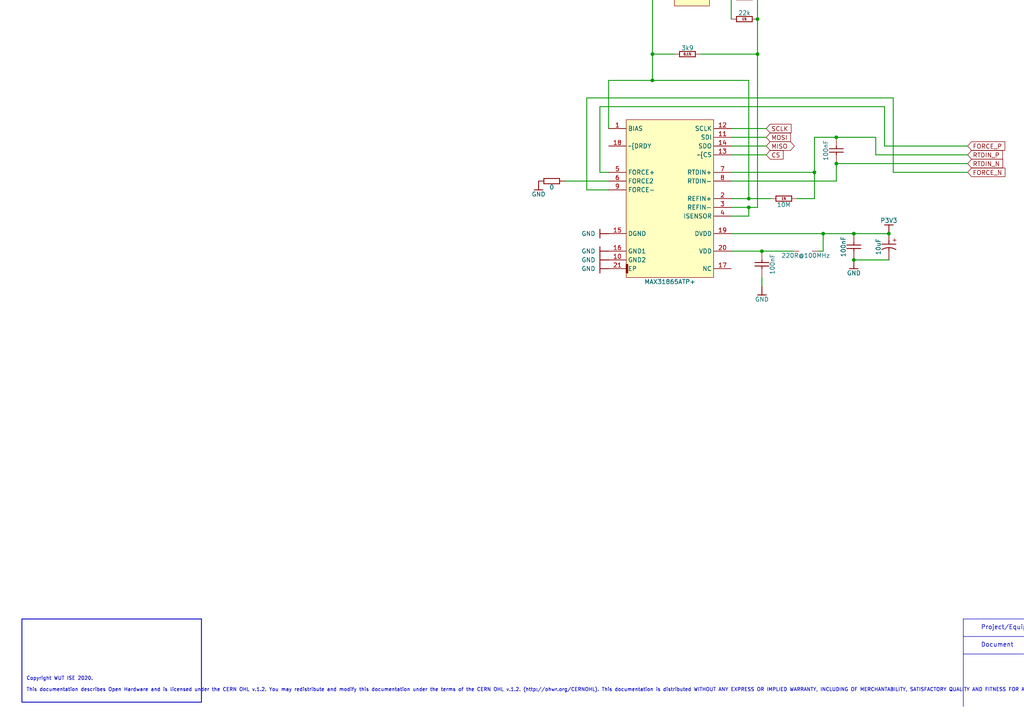
<source format=kicad_sch>
(kicad_sch (version 20220622) (generator eeschema)
  (paper "A4")
  (title_block (title "RTD") (rev "1.0") (company "WUT ISE"))
  (lib_symbols
    (symbol "RTD_Channel-altium-import:0_Inductor"
      (property "Value" "0_Inductor" (at 0 0 0))
      (symbol "0_Inductor_1_0"
        (pin passive line (at 0 0 0) (length 1.905) (name "1") (number "1"))
        (pin passive line (at 7.62 0 180) (length 1.905) (name "2") (number "2"))
      )
    )
    (symbol "RTD_Channel-altium-import:0_Resistor"
      (property "Value" "0_Resistor" (at 0 0 0))
      (symbol "0_Resistor_1_0"
        (polyline (pts (xy 1.524 -0.762) (xy 6.096 -0.762)) (stroke (width 0.254)))
        (polyline (pts (xy 1.524 0.762) (xy 1.524 -0.762)) (stroke (width 0.254)))
        (polyline (pts (xy 6.096 -0.762) (xy 6.096 0.762)) (stroke (width 0.254)))
        (polyline (pts (xy 6.096 0.762) (xy 1.524 0.762)) (stroke (width 0.254)))
        (pin passive line (at 0 0 0) (length 1.524) (name "1") (number "1"))
        (pin passive line (at 7.62 0 180) (length 1.524) (name "2") (number "2"))
      )
    )
    (symbol "RTD_Channel-altium-import:0_Resistor - 1%"
      (property "Value" "0_Resistor - 1%" (at 0 0 0))
      (symbol "0_Resistor - 1%_1_0"
        (polyline (pts (xy 1.524 -0.762) (xy 6.096 -0.762)) (stroke (width 0.254)))
        (polyline (pts (xy 1.524 0.762) (xy 1.524 -0.762)) (stroke (width 0.254)))
        (polyline (pts (xy 6.096 -0.762) (xy 6.096 0.762)) (stroke (width 0.254)))
        (polyline (pts (xy 6.096 0.762) (xy 1.524 0.762)) (stroke (width 0.254)))
        (text "1%" (at 3.81 0 0) (effects (font (size 0.635 0.635))))
        (pin passive line (at 0 0 0) (length 1.524) (name "1") (number "1"))
        (pin passive line (at 7.62 0 180) (length 1.524) (name "2") (number "2"))
      )
    )
    (symbol "RTD_Channel-altium-import:0_SW 1x SPST DIP Switch"
      (property "Value" "0_SW 1x SPST DIP Switch" (at 0 0 0))
      (symbol "0_SW 1x SPST DIP Switch_1_0"
        (polyline (pts (xy 0 -2.54) (xy 2.032 -2.54)) (stroke (width 0.254)))
        (polyline (pts (xy 7.112 -1.27) (xy 3.048 -2.286)) (stroke (width 0.254)))
        (polyline (pts (xy 8.128 -2.54) (xy 10.16 -2.54)) (stroke (width 0.254)))
        (circle (center 2.54 -2.54) (radius 0.508))
        (circle (center 7.62 -2.54) (radius 0.508))
        (rectangle (start 10.16 0) (end 0 -5.08) (fill (type background)))
        (pin bidirectional line (at -5.08 -2.54 0) (length 5.08) (name "1") (number "1"))
        (pin bidirectional line (at 15.24 -2.54 180) (length 5.08) (name "2") (number "2"))
      )
    )
    (symbol "RTD_Channel-altium-import:0_mirrored_MAX31865ATP+"
      (property "Value" "0_mirrored_MAX31865ATP+" (at 0 0 0))
      (symbol "0_mirrored_MAX31865ATP+_1_0"
        (rectangle (start -24.892 -41.91) (end -25.4 -44.45) (fill (type outline)))
        (rectangle (start 0 0) (end -25.4 -45.72) (fill (type background)))
        (pin output line (at -30.48 -2.54 0) (length 5.08) (name "BIAS") (number "1"))
        (pin power_in line (at -30.48 -40.64 0) (length 5.08) (name "GND2") (number "10"))
        (pin input line (at 5.08 -5.08 180) (length 5.08) (name "SDI") (number "11"))
        (pin input line (at 5.08 -2.54 180) (length 5.08) (name "SCLK") (number "12"))
        (pin input line (at 5.08 -10.16 180) (length 5.08) (name "~{CS") (number "13"))
        (pin output line (at 5.08 -7.62 180) (length 5.08) (name "SDO") (number "14"))
        (pin power_in line (at -30.48 -33.02 0) (length 5.08) (name "DGND") (number "15"))
        (pin power_in line (at -30.48 -38.1 0) (length 5.08) (name "GND1") (number "16"))
        (pin passive line (at 5.08 -43.18 180) (length 5.08) (name "NC") (number "17"))
        (pin output line (at -30.48 -7.62 0) (length 5.08) (name "~{DRDY") (number "18"))
        (pin power_in line (at 5.08 -33.02 180) (length 5.08) (name "DVDD") (number "19"))
        (pin input line (at 5.08 -22.86 180) (length 5.08) (name "REFIN+") (number "2"))
        (pin power_in line (at 5.08 -38.1 180) (length 5.08) (name "VDD") (number "20"))
        (pin power_in line (at -30.48 -43.18 0) (length 5.08) (name "EP") (number "21"))
        (pin input line (at 5.08 -25.4 180) (length 5.08) (name "REFIN-") (number "3"))
        (pin input line (at 5.08 -27.94 180) (length 5.08) (name "ISENSOR") (number "4"))
        (pin input line (at -30.48 -15.24 0) (length 5.08) (name "FORCE+") (number "5"))
        (pin input line (at -30.48 -17.78 0) (length 5.08) (name "FORCE2") (number "6"))
        (pin input line (at 5.08 -15.24 180) (length 5.08) (name "RTDIN+") (number "7"))
        (pin input line (at 5.08 -17.78 180) (length 5.08) (name "RTDIN-") (number "8"))
        (pin input line (at -30.48 -20.32 0) (length 5.08) (name "FORCE-") (number "9"))
      )
    )
    (symbol "RTD_Channel-altium-import:1_Capacitor - non polarized"
      (property "Value" "1_Capacitor - non polarized" (at 0 0 0))
      (symbol "1_Capacitor - non polarized_1_0"
        (polyline (pts (xy -2.032 4.318) (xy 2.032 4.318)) (stroke (width 0.254)))
        (polyline (pts (xy 0 2.54) (xy 0 3.302)) (stroke (width 0.254)))
        (polyline (pts (xy 0 5.08) (xy 0 4.318)) (stroke (width 0.254)))
        (polyline (pts (xy 2.032 3.302) (xy -2.032 3.302)) (stroke (width 0.254)))
        (pin passive line (at 0 0 90) (length 2.54) (name "1") (number "1"))
        (pin passive line (at 0 7.62 270) (length 2.54) (name "2") (number "2"))
      )
    )
    (symbol "RTD_Channel-altium-import:2_RES_0603_3k9_0.1%_10ppm"
      (property "Value" "2_RES_0603_3k9_0.1%_10ppm" (at 0 0 0))
      (symbol "2_RES_0603_3k9_0.1%_10ppm_1_0"
        (polyline (pts (xy -6.096 -0.762) (xy -1.524 -0.762)) (stroke (width 0.254)))
        (polyline (pts (xy -6.096 0.762) (xy -6.096 -0.762)) (stroke (width 0.254)))
        (polyline (pts (xy -1.524 -0.762) (xy -1.524 0.762)) (stroke (width 0.254)))
        (polyline (pts (xy -1.524 0.762) (xy -6.096 0.762)) (stroke (width 0.254)))
        (text "0.1%" (at -3.81 0 0) (effects (font (size 0.635 0.635))))
        (pin passive line (at 0 0 180) (length 1.524) (name "1") (number "1"))
        (pin passive line (at -7.62 0 0) (length 1.524) (name "2") (number "2"))
      )
    )
    (symbol "RTD_Channel-altium-import:2_RES_0603_442R_0.1%_25ppm"
      (property "Value" "2_RES_0603_442R_0.1%_25ppm" (at 0 0 0))
      (symbol "2_RES_0603_442R_0.1%_25ppm_1_0"
        (polyline (pts (xy -6.096 -0.762) (xy -1.524 -0.762)) (stroke (width 0.254)))
        (polyline (pts (xy -6.096 0.762) (xy -6.096 -0.762)) (stroke (width 0.254)))
        (polyline (pts (xy -1.524 -0.762) (xy -1.524 0.762)) (stroke (width 0.254)))
        (polyline (pts (xy -1.524 0.762) (xy -6.096 0.762)) (stroke (width 0.254)))
        (text "0.1%" (at -3.81 0 0) (effects (font (size 0.635 0.635))))
        (pin passive line (at 0 0 180) (length 1.524) (name "1") (number "1"))
        (pin passive line (at -7.62 0 0) (length 1.524) (name "2") (number "2"))
      )
    )
    (symbol "RTD_Channel-altium-import:2_Resistor - 1%"
      (property "Value" "2_Resistor - 1%" (at 0 0 0))
      (symbol "2_Resistor - 1%_1_0"
        (polyline (pts (xy -6.096 -0.762) (xy -1.524 -0.762)) (stroke (width 0.254)))
        (polyline (pts (xy -6.096 0.762) (xy -6.096 -0.762)) (stroke (width 0.254)))
        (polyline (pts (xy -1.524 -0.762) (xy -1.524 0.762)) (stroke (width 0.254)))
        (polyline (pts (xy -1.524 0.762) (xy -6.096 0.762)) (stroke (width 0.254)))
        (text "1%" (at -3.81 0 0) (effects (font (size 0.635 0.635))))
        (pin passive line (at 0 0 180) (length 1.524) (name "1") (number "1"))
        (pin passive line (at -7.62 0 0) (length 1.524) (name "2") (number "2"))
      )
    )
    (symbol "RTD_Channel-altium-import:3_Capacitor - non polarized"
      (property "Value" "3_Capacitor - non polarized" (at 0 0 0))
      (symbol "3_Capacitor - non polarized_1_0"
        (polyline (pts (xy -2.032 -3.302) (xy 2.032 -3.302)) (stroke (width 0.254)))
        (polyline (pts (xy 0 -5.08) (xy 0 -4.318)) (stroke (width 0.254)))
        (polyline (pts (xy 0 -2.54) (xy 0 -3.302)) (stroke (width 0.254)))
        (polyline (pts (xy 2.032 -4.318) (xy -2.032 -4.318)) (stroke (width 0.254)))
        (pin passive line (at 0 0 270) (length 2.54) (name "1") (number "1"))
        (pin passive line (at 0 -7.62 90) (length 2.54) (name "2") (number "2"))
      )
    )
    (symbol "RTD_Channel-altium-import:3_Capacitor - polarized"
      (property "Value" "3_Capacitor - polarized" (at 0 0 0))
      (symbol "3_Capacitor - polarized_1_0"
        (arc (start 0 -4.064) (mid -1.0553 -4.2034) (end -2.0382 -4.6121) (stroke (width 0.254)))
        (polyline (pts (xy 0 -4.064) (xy 0 -5.08)) (stroke (width 0.254)))
        (polyline (pts (xy 0 -2.032) (xy 0 -3.048)) (stroke (width 0.254)))
        (polyline (pts (xy 2.032 -3.048) (xy -2.032 -3.048)) (stroke (width 0.254)))
        (arc (start 2.0298 -4.6072) (mid 1.0506 -4.2021) (end 0 -4.064) (stroke (width 0.254)))
        (text "+" (at 0.762 -2.54 0) (effects (font (size 1.27 1.27)) (justify left bottom)))
        (pin passive line (at 0 0 270) (length 2.54) (name "1") (number "1"))
        (pin passive line (at 0 -7.62 90) (length 2.54) (name "2") (number "2"))
      )
    )
    (symbol "RTD_Channel-altium-import:GND" (power)
      (property "Reference" "#PWR" (at 0 0 0))
      (property "Value" "GND" (at 0 3.81 0))
      (symbol "GND_0_0"
        (polyline (pts (xy -1.27 -2.54) (xy 1.27 -2.54)) (stroke (width 0.254)))
        (polyline (pts (xy 0 0) (xy 0 -2.54)) (stroke (width 0.254)))
        (pin power_in line (at 0 0 0) (length 0) hide (name "GND") (number ""))
      )
    )
    (symbol "RTD_Channel-altium-import:P3V3" (power)
      (property "Reference" "#PWR" (at 0 0 0))
      (property "Value" "P3V3" (at 0 3.81 0))
      (symbol "P3V3_0_0"
        (polyline (pts (xy -1.27 -2.54) (xy 1.27 -2.54)) (stroke (width 0.254)))
        (polyline (pts (xy 0 0) (xy 0 -2.54)) (stroke (width 0.254)))
        (pin power_in line (at 0 0 0) (length 0) hide (name "P3V3") (number ""))
      )
    )
  )
  (junction (at 257.81 67.7672))
  (junction (at 189.23 15.6972))
  (junction (at 242.57 39.8272))
  (junction (at 247.65 67.7672))
  (junction (at 220.98 72.8472))
  (junction (at 242.57 47.4472))
  (junction (at 217.17 57.6072))
  (junction (at 219.71 15.6972))
  (junction (at 217.17 60.1472))
  (junction (at 212.09 -0.8128))
  (junction (at 247.65 75.3872))
  (junction (at 189.23 23.3172))
  (junction (at 236.22 49.9872))
  (junction (at 238.76 67.7672))
  (junction (at 219.71 5.5372))
  (wire (pts (xy 259.08 28.3972) (xy 170.18 28.3972)) (stroke (width 0.254)))
  (wire (pts (xy 217.17 60.1472) (xy 219.71 60.1472)) (stroke (width 0.254)))
  (wire (pts (xy 189.23 15.6972) (xy 189.23 23.3172)) (stroke (width 0.254)))
  (wire (pts (xy 212.09 49.9872) (xy 236.22 49.9872)) (stroke (width 0.254)))
  (wire (pts (xy 217.17 23.3172) (xy 217.17 57.6072)) (stroke (width 0.254)))
  (wire (pts (xy 212.09 60.1472) (xy 217.17 60.1472)) (stroke (width 0.254)))
  (wire (pts (xy 236.22 57.6072) (xy 236.22 49.9872)) (stroke (width 0.254)))
  (wire (pts (xy 190.5 -0.8128) (xy 189.23 -0.8128)) (stroke (width 0.254)))
  (wire (pts (xy 254 39.8272) (xy 254 44.9072)) (stroke (width 0.254)))
  (wire (pts (xy 170.18 55.0672) (xy 176.53 55.0672)) (stroke (width 0.254)))
  (wire (pts (xy 242.57 52.5272) (xy 212.09 52.5272)) (stroke (width 0.254)))
  (wire (pts (xy 189.23 23.3172) (xy 217.17 23.3172)) (stroke (width 0.254)))
  (wire (pts (xy 280.67 47.4472) (xy 242.57 47.4472)) (stroke (width 0.254)))
  (wire (pts (xy 212.09 72.8472) (xy 220.98 72.8472)) (stroke (width 0.254)))
  (wire (pts (xy 257.81 75.3872) (xy 247.65 75.3872)) (stroke (width 0.254)))
  (wire (pts (xy 219.71 5.5372) (xy 219.71 -0.8128)) (stroke (width 0.254)))
  (wire (pts (xy 212.09 44.9072) (xy 222.25 44.9072)) (stroke (width 0.254)))
  (wire (pts (xy 236.22 39.8272) (xy 242.57 39.8272)) (stroke (width 0.254)))
  (wire (pts (xy 220.98 72.8472) (xy 229.87 72.8472)) (stroke (width 0.254)))
  (wire (pts (xy 280.67 49.9872) (xy 259.08 49.9872)) (stroke (width 0.254)))
  (wire (pts (xy 219.71 15.6972) (xy 219.71 5.5372)) (stroke (width 0.254)))
  (wire (pts (xy 189.23 -0.8128) (xy 189.23 15.6972)) (stroke (width 0.254)))
  (wire (pts (xy 212.09 39.8272) (xy 222.25 39.8272)) (stroke (width 0.254)))
  (wire (pts (xy 242.57 39.8272) (xy 254 39.8272)) (stroke (width 0.254)))
  (wire (pts (xy 176.53 23.3172) (xy 189.23 23.3172)) (stroke (width 0.254)))
  (wire (pts (xy 219.71 60.1472) (xy 219.71 15.6972)) (stroke (width 0.254)))
  (wire (pts (xy 280.67 42.3672) (xy 256.54 42.3672)) (stroke (width 0.254)))
  (wire (pts (xy 212.09 -0.8128) (xy 212.09 5.5372)) (stroke (width 0.254)))
  (wire (pts (xy 254 44.9072) (xy 280.67 44.9072)) (stroke (width 0.254)))
  (wire (pts (xy 170.18 28.3972) (xy 170.18 55.0672)) (stroke (width 0.254)))
  (wire (pts (xy 256.54 30.9372) (xy 173.99 30.9372)) (stroke (width 0.254)))
  (wire (pts (xy 237.49 72.8472) (xy 238.76 72.8472)) (stroke (width 0.254)))
  (wire (pts (xy 242.57 47.4472) (xy 242.57 52.5272)) (stroke (width 0.254)))
  (wire (pts (xy 195.58 15.6972) (xy 189.23 15.6972)) (stroke (width 0.254)))
  (wire (pts (xy 173.99 30.9372) (xy 173.99 49.9872)) (stroke (width 0.254)))
  (wire (pts (xy 212.09 67.7672) (xy 238.76 67.7672)) (stroke (width 0.254)))
  (wire (pts (xy 210.82 -0.8128) (xy 212.09 -0.8128)) (stroke (width 0.254)))
  (wire (pts (xy 217.17 62.6872) (xy 212.09 62.6872)) (stroke (width 0.254)))
  (wire (pts (xy 231.14 57.6072) (xy 236.22 57.6072)) (stroke (width 0.254)))
  (wire (pts (xy 217.17 60.1472) (xy 217.17 62.6872)) (stroke (width 0.254)))
  (wire (pts (xy 238.76 72.8472) (xy 238.76 67.7672)) (stroke (width 0.254)))
  (wire (pts (xy 173.99 49.9872) (xy 176.53 49.9872)) (stroke (width 0.254)))
  (wire (pts (xy 176.53 37.2872) (xy 176.53 23.3172)) (stroke (width 0.254)))
  (wire (pts (xy 259.08 49.9872) (xy 259.08 28.3972)) (stroke (width 0.254)))
  (wire (pts (xy 223.52 57.6072) (xy 217.17 57.6072)) (stroke (width 0.254)))
  (wire (pts (xy 247.65 67.7672) (xy 257.81 67.7672)) (stroke (width 0.254)))
  (wire (pts (xy 220.98 83.0072) (xy 220.98 80.4672)) (stroke (width 0.254)))
  (wire (pts (xy 236.22 49.9872) (xy 236.22 39.8272)) (stroke (width 0.254)))
  (wire (pts (xy 219.71 15.6972) (xy 203.2 15.6972)) (stroke (width 0.254)))
  (wire (pts (xy 163.83 52.5272) (xy 176.53 52.5272)) (stroke (width 0.254)))
  (wire (pts (xy 212.09 42.3672) (xy 222.25 42.3672)) (stroke (width 0.254)))
  (wire (pts (xy 217.17 57.6072) (xy 212.09 57.6072)) (stroke (width 0.254)))
  (wire (pts (xy 238.76 67.7672) (xy 247.65 67.7672)) (stroke (width 0.254)))
  (wire (pts (xy 212.09 37.2872) (xy 222.25 37.2872)) (stroke (width 0.254)))
  (wire (pts (xy 256.54 42.3672) (xy 256.54 30.9372)) (stroke (width 0.254)))
  (polyline (pts (xy 414.02 194.7672) (xy 360.68 194.7672)) (stroke (width 0) (type solid)))
  (polyline (pts (xy 360.68 184.6072) (xy 360.68 199.8472)) (stroke (width 0) (type solid)))
  (polyline (pts (xy 408.94 199.8472) (xy 408.94 204.9272)) (stroke (width 0) (type solid)))
  (polyline (pts (xy 403.86 199.8472) (xy 403.86 204.9272)) (stroke (width 0) (type solid)))
  (polyline (pts (xy 297.18 189.6872) (xy 297.18 204.9272)) (stroke (width 0) (type solid)))
  (polyline (pts (xy 414.02 197.3072) (xy 360.68 197.3072)) (stroke (width 0) (type solid)))
  (polyline (pts (xy 297.18 189.6872) (xy 279.4 189.6872)) (stroke (width 0) (type solid)))
  (polyline (pts (xy 414.02 192.2272) (xy 360.68 192.2272)) (stroke (width 0) (type solid)))
  (polyline (pts (xy 414.02 189.6872) (xy 360.68 189.6872)) (stroke (width 0) (type solid)))
  (polyline (pts (xy 396.24 184.6072) (xy 396.24 194.7672)) (stroke (width 0) (type solid)))
  (polyline (pts (xy 414.02 199.8472) (xy 297.18 199.8472)) (stroke (width 0) (type solid)))
  (polyline (pts (xy 414.02 187.1472) (xy 360.68 187.1472)) (stroke (width 0) (type solid)))
  (polyline (pts (xy 58.42 179.5272) (xy 6.35 179.5272) (xy 6.35 203.6572) (xy 58.42 203.6572) (xy 58.42 179.5272)) (stroke (width 0.254) (type solid)))
  (polyline (pts (xy 279.4 179.5272) (xy 279.4 204.9272)) (stroke (width 0) (type solid)))
  (polyline (pts (xy 414.02 184.6072) (xy 279.4 184.6072)) (stroke (width 0) (type solid)))
  (polyline (pts (xy 342.9 199.8472) (xy 342.9 204.9272)) (stroke (width 0) (type solid)))
  (polyline (pts (xy 414.02 179.5272) (xy 279.4 179.5272)) (stroke (width 0) (type solid)))
  (image (at 288.29 197.3072) (scale 0.500071))
  (text "${MODIFIEDBY}" (at 373.38 193.4972 0) (effects (font (size 1.27 1.27)) (justify left)))
  (text "${PROJECTNAME}" (at 307.34 182.0672 0) (effects (font (size 1.524 1.524)) (justify left)))
  (text "Check.by" (at 363.22 190.9572 0) (effects (font (size 1.27 1.27)) (justify left)))
  (text "${CURRENTTIME}" (at 383.54 198.5772 0) (effects (font (size 1.016 1.016)) (justify left)))
  (text "${ADDRESS2}" (at 302.26 203.6572 0) (effects (font (size 1.27 1.27) italic) (justify left)))
  (text "Last Mod." (at 363.22 193.4972 0) (effects (font (size 1.27 1.27)) (justify left)))
  (text "Drawn by" (at 363.22 188.4172 0) (effects (font (size 1.27 1.27)) (justify left)))
  (text "${CREATEDATE}" (at 398.78 188.4172 0) (effects (font (size 1.27 1.27)) (justify left)))
  (text "A3" (at 406.4 202.6412 0) (effects (font (size 1.524 1.524))))
  (text "${ADDRESS1}" (at 302.26 201.1172 0) (effects (font (size 1.27 1.27) italic) (justify left)))
  (text "${CHECKEDDATE}" (at 398.78 190.9572 0) (effects (font (size 1.27 1.27)) (justify left)))
  (text "${##}" (at 410.21 198.5772 0) (effects (font (size 1.27 1.27))))
  (text "Size" (at 406.4 200.6092 0) (effects (font (size 0.762 0.762))))
  (text "${DESIGNER}" (at 373.38 185.8772 0) (effects (font (size 1.27 1.27)) (justify left)))
  (text "of" (at 407.67 198.5772 0) (effects (font (size 1.27 1.27))))
  (text "${CHECKEDBY}" (at 373.38 190.9572 0) (effects (font (size 1.27 1.27)) (justify left)))
  (text "${#}" (at 405.13 198.5772 0) (effects (font (size 1.27 1.27))))
  (text "Sheet" (at 402.59 198.5772 0) (effects (font (size 1.27 1.27)) (justify right)))
  (text "${TITLE}" (at 327.66 189.6872 0) (effects (font (size 2.54 2.54) bold italic)))
  (text "${TITLE2}" (at 327.66 194.7672 0) (effects (font (size 2.54 2.54) bold italic)))
  (text "${CURRENT_DATE}" (at 373.38 198.5772 0) (effects (font (size 1.016 1.016)) (justify left)))
  (text "Copyright WUT ISE 2020.\n\nThis documentation describes Open Hardware and is licensed under the CERN OHL v.1.2. You may redistribute and modify this documentation under the terms of the CERN OHL v.1.2. (http://ohwr.org/CERNOHL). This documentation is distributed WITHOUT ANY EXPRESS OR IMPLIED WARRANTY, INCLUDING OF MERCHANTABILITY, SATISFACTORY QUALITY AND FITNESS FOR A PARTICULAR PURPOSE. Please see the CERN OHL v.1.2 for applicable conditions.\n\n" (at 7.62 202.3872 0) (effects (font (size 1.016 1.016)) (justify left bottom)))
  (text "Contact" (at 346.71 202.3872 0) (effects (font (size 1.27 1.27)) (justify left)))
  (text "Rev" (at 411.48 200.6092 0) (effects (font (size 0.762 0.762))))
  (text "${ADDRESS3}" (at 358.14 202.3872 0) (effects (font (size 1.27 1.27)) (justify left)))
  (text "${REVISION}" (at 411.48 202.6412 0) (effects (font (size 1.524 1.524))))
  (text "Print Date" (at 363.22 198.5772 0) (effects (font (size 1.016 1.016)) (justify left)))
  (text "Document" (at 284.48 187.1472 0) (effects (font (size 1.27 1.27)) (justify left)))
  (text "Designer" (at 363.22 185.8772 0) (effects (font (size 1.27 1.27)) (justify left)))
  (text "${MODIFIEDDATE}" (at 398.78 193.4972 0) (effects (font (size 1.27 1.27)) (justify left)))
  (text "File" (at 363.22 196.0372 0) (effects (font (size 1.27 1.27)) (justify left)))
  (text "${FILENAME}" (at 373.38 196.0372 0) (effects (font (size 1.27 1.27)) (justify left)))
  (text "${DRAWNBY}" (at 373.38 188.4172 0) (effects (font (size 1.27 1.27)) (justify left)))
  (text "Project/Equipment" (at 284.48 182.0672 0) (effects (font (size 1.27 1.27)) (justify left)))
  (global_label "RTDIN_N" (shape input) (at 280.67 47.4472 0) (property "Intersheetrefs" "${INTERSHEET_REFS}" (at 0 0 0)))
  (global_label "FORCE_N" (shape input) (at 280.67 49.9872 0) (property "Intersheetrefs" "${INTERSHEET_REFS}" (at 0 0 0)))
  (global_label "MISO" (shape bidirectional) (at 222.25 42.3672 0) (property "Intersheetrefs" "${INTERSHEET_REFS}" (at 0 0 0)))
  (global_label "FORCE_P" (shape input) (at 280.67 42.3672 0) (property "Intersheetrefs" "${INTERSHEET_REFS}" (at 0 0 0)))
  (global_label "MOSI" (shape input) (at 222.25 39.8272 0) (property "Intersheetrefs" "${INTERSHEET_REFS}" (at 0 0 0)))
  (global_label "SCLK" (shape input) (at 222.25 37.2872 0) (property "Intersheetrefs" "${INTERSHEET_REFS}" (at 0 0 0)))
  (global_label "RTDIN_P" (shape input) (at 280.67 44.9072 0) (property "Intersheetrefs" "${INTERSHEET_REFS}" (at 0 0 0)))
  (global_label "CS" (shape input) (at 222.25 44.9072 0) (property "Intersheetrefs" "${INTERSHEET_REFS}" (at 0 0 0)))
  (symbol (lib_id "RTD_Channel-altium-import:0_Resistor - 1%") (at 223.52 57.6072 0) (unit 1)
    (default_instance (reference "U") (unit 1) (value "") (footprint ""))
    (property "Reference" "R351" (effects hide))
    (property "Value" "${ALTIUM_VALUE}" (at 227.33 59.3852 0))
    (property "Footprint" "RESC1608X55N" (effects hide))
    (property "PART NUMBER" "R0603_10M_1%_0.1W_100PPM" (effects hide))
    (property "COMPONENT KIND" "Standard" (effects hide))
    (property "COMPONENT TYPE" "Standard" (effects hide))
    (property "FOOTPRINT" "RESC1608X55N" (effects hide))
    (property "PIN COUNT" "2" (effects hide))
    (property "ALTIUM_VALUE" "10M" (effects hide))
    (property "STATUS" "Preferred" (effects hide))
    (property "POWER" "0.1W" (effects hide))
    (property "TC" "±100ppm/°C" (effects hide))
    (property "TOLERANCE" "±1%" (effects hide))
    (property "PART DESCRIPTION" "General Purpose Thick Film Chip Resistor" (effects hide))
    (property "MANUFACTURER" "GENERIC" (effects hide))
    (property "MANUFACTURER PART NUMBER" "R0603_10M_1%_0.1W_100PPM" (effects hide))
    (property "CASE" "0603" (effects hide))
    (property "PRESSFIT" "No" (effects hide))
    (property "MOUNTED" "Yes" (effects hide))
    (property "SENSE" "No" (effects hide))
    (property "SOCKET" "No" (effects hide))
    (property "SMD" "Yes" (effects hide))
    (property "MANUFACTURER1 EXAMPLE" "VISHAY" (effects hide))
    (property "MANUFACTURER1 PART NUMBER" "CRCW060310M0FKEA" (effects hide))
    (property "MANUFACTURER1 COMPONENTHEIGHT" "0.55mm" (effects hide))
    (property "HELPURL" "~{\\}cern.c~{h}df~{s}Application~{s}Altiu~{m}Datasheet~{s}R0603_VISHAY_CRCW e3.pdf" (effects hide))
    (property "AUTHOR" "CERN DEM JLC" (effects hide))
    (property "CREATEDATE" "12.01.2017" (effects hide))
    (property "LATESTREVISIONDATE" "12.01.2017" (effects hide))
  )
  (symbol (lib_id "RTD_Channel-altium-import:2_RES_0603_3k9_0.1%_10ppm") (at 203.2 15.6972 0) (unit 1)
    (default_instance (reference "U") (unit 1) (value "") (footprint ""))
    (property "Reference" "R350" (effects hide))
    (property "Value" "${ALTIUM_VALUE}" (at 199.39 13.9192 0))
    (property "Footprint" "RESC1608X55N" (effects hide))
    (property "PART NUMBER" "R0603_3k9_0.1%_0.063W_10PPM" (effects hide))
    (property "COMPONENT KIND" "Standard" (effects hide))
    (property "COMPONENT TYPE" "Standard" (effects hide))
    (property "FOOTPRINT" "RESC1608X55N" (effects hide))
    (property "PIN COUNT" "2" (effects hide))
    (property "ALTIUM_VALUE" "3k9" (effects hide))
    (property "STATUS" "Not Recommended" (effects hide))
    (property "POWER" "0.063W" (effects hide))
    (property "TC" "±10ppm" (effects hide))
    (property "TOLERANCE" "±0.1%" (effects hide))
    (property "PART DESCRIPTION" "Thin Film Chip Resistor" (effects hide))
    (property "MANUFACTURER" "GENERIC" (effects hide))
    (property "MANUFACTURER PART NUMBER" "R0603_3k9_0.1%_0.063W_10PPM" (effects hide))
    (property "CASE" "0603" (effects hide))
    (property "PRESSFIT" "No" (effects hide))
    (property "MOUNTED" "Yes" (effects hide))
    (property "SENSE" "No" (effects hide))
    (property "SOCKET" "No" (effects hide))
    (property "SMD" "Yes" (effects hide))
    (property "MANUFACTURER1 EXAMPLE" "Panasonic" (effects hide))
    (property "MANUFACTURER1 PART NUMBER" "ERA3ARB392V" (effects hide))
    (property "MANUFACTURER1 COMPONENTHEIGHT" "0.5mm" (effects hide))
    (property "HELPURL" "~{\\}cern.c~{h}df~{s}Application~{s}Altiu~{m}Datasheet~{s}R0603_Tyco_RN73.pdf" (effects hide))
    (property "AUTHOR" "GK" (effects hide))
    (property "CREATEDATE" "03.12.2007" (effects hide))
    (property "LATESTREVISIONDATE" "13.03.2008" (effects hide))
  )
  (symbol (lib_id "RTD_Channel-altium-import:GND") (at 176.53 72.8472 270) (unit 1)
    (default_instance (reference "U") (unit 1) (value "") (footprint ""))
    (property "Reference" "#PWR?" (effects hide))
    (property "Value" "GND" (at 172.72 72.8472 90) (effects (justify right)))
  )
  (symbol (lib_id "RTD_Channel-altium-import:1_Capacitor - non polarized") (at 220.98 80.4672 0) (unit 1)
    (default_instance (reference "U") (unit 1) (value "") (footprint ""))
    (property "Reference" "C226" (effects hide))
    (property "Value" "${ALTIUM_VALUE}" (at 224.028 76.6572 90))
    (property "Footprint" "CAPC1005X55N" (effects hide))
    (property "PART NUMBER" "CC0402_100NF_16V_10%_X5R" (effects hide))
    (property "COMPONENT KIND" "Standard" (effects hide))
    (property "COMPONENT TYPE" "Standard" (effects hide))
    (property "FOOTPRINT" "CAPC1005X55N" (effects hide))
    (property "PIN COUNT" "2" (effects hide))
    (property "ALTIUM_VALUE" "100nF" (effects hide))
    (property "STATUS" "None" (effects hide))
    (property "VOLTAGE" "16V" (effects hide))
    (property "TC" "X5R" (effects hide))
    (property "TOLERANCE" "±10%" (effects hide))
    (property "PART DESCRIPTION" "SMD Multilayer Chip Ceramic Capacitor" (effects hide))
    (property "MANUFACTURER" "GENERIC" (effects hide))
    (property "MANUFACTURER PART NUMBER" "CC0402_100NF_16V_10%_X5R" (effects hide))
    (property "CASE" "0402" (effects hide))
    (property "MOUNTED" "Yes" (effects hide))
    (property "SOCKET" "No" (effects hide))
    (property "SMD" "Yes" (effects hide))
    (property "SENSE" "No" (effects hide))
    (property "MANUFACTURER1 EXAMPLE" "MURATA" (effects hide))
    (property "MANUFACTURER1 PART NUMBER" "GRM155R61C104KA88D" (effects hide))
    (property "MANUFACTURER1 COMPONENTHEIGHT" "0.55mm" (effects hide))
    (property "HELPURL" "~{\\}cern.c~{h}df~{s}Application~{s}Altiu~{m}Datasheet~{s}CC0402_X5R_MURATA_GRM.pdf" (effects hide))
    (property "AUTHOR" "CERN DEM JLC" (effects hide))
    (property "CREATEDATE" "10.12.2013" (effects hide))
    (property "LATESTREVISIONDATE" "10.12.2013" (effects hide))
  )
  (symbol (lib_id "RTD_Channel-altium-import:3_Capacitor - non polarized") (at 247.65 67.7672 0) (unit 1)
    (default_instance (reference "U") (unit 1) (value "") (footprint ""))
    (property "Reference" "C224" (effects hide))
    (property "Value" "${ALTIUM_VALUE}" (at 244.602 71.5772 90))
    (property "Footprint" "CAPC1005X55N" (effects hide))
    (property "PART NUMBER" "CC0402_100NF_16V_10%_X5R" (effects hide))
    (property "COMPONENT KIND" "Standard" (effects hide))
    (property "COMPONENT TYPE" "Standard" (effects hide))
    (property "FOOTPRINT" "CAPC1005X55N" (effects hide))
    (property "PIN COUNT" "2" (effects hide))
    (property "ALTIUM_VALUE" "100nF" (effects hide))
    (property "STATUS" "None" (effects hide))
    (property "VOLTAGE" "16V" (effects hide))
    (property "TC" "X5R" (effects hide))
    (property "TOLERANCE" "±10%" (effects hide))
    (property "PART DESCRIPTION" "SMD Multilayer Chip Ceramic Capacitor" (effects hide))
    (property "MANUFACTURER" "GENERIC" (effects hide))
    (property "MANUFACTURER PART NUMBER" "CC0402_100NF_16V_10%_X5R" (effects hide))
    (property "CASE" "0402" (effects hide))
    (property "MOUNTED" "Yes" (effects hide))
    (property "SOCKET" "No" (effects hide))
    (property "SMD" "Yes" (effects hide))
    (property "SENSE" "No" (effects hide))
    (property "MANUFACTURER1 EXAMPLE" "MURATA" (effects hide))
    (property "MANUFACTURER1 PART NUMBER" "GRM155R61C104KA88D" (effects hide))
    (property "MANUFACTURER1 COMPONENTHEIGHT" "0.55mm" (effects hide))
    (property "HELPURL" "~{\\}cern.c~{h}df~{s}Application~{s}Altiu~{m}Datasheet~{s}CC0402_X5R_MURATA_GRM.pdf" (effects hide))
    (property "AUTHOR" "CERN DEM JLC" (effects hide))
    (property "CREATEDATE" "10.12.2013" (effects hide))
    (property "LATESTREVISIONDATE" "10.12.2013" (effects hide))
  )
  (symbol (lib_id "RTD_Channel-altium-import:0_Inductor") (at 229.87 72.8472 0) (unit 1)
    (default_instance (reference "U") (unit 1) (value "") (footprint ""))
    (property "Reference" "L13" (effects hide))
    (property "Value" "${ALTIUM_VALUE}" (at 233.68 74.1172 0))
    (property "Footprint" "INDC1005X55N" (effects hide))
    (property "PART NUMBER" "IND0402_MURATA_BLM15HB221SN1" (effects hide))
    (property "COMPONENT KIND" "Standard" (effects hide))
    (property "COMPONENT TYPE" "Standard" (effects hide))
    (property "FOOTPRINT" "INDC1005X55N" (effects hide))
    (property "PIN COUNT" "2" (effects hide))
    (property "ALTIUM_VALUE" "220R@100MHz" (effects hide))
    (property "STATUS" "None" (effects hide))
    (property "POWER" "250mA" (effects hide))
    (property "RESISTANCE" "1R" (effects hide))
    (property "TOLERANCE" "±25%" (effects hide))
    (property "PART DESCRIPTION" "SMD EMIFIL Suppression Chip Ferrite Bead" (effects hide))
    (property "MANUFACTURER" "MURATA" (effects hide))
    (property "MANUFACTURER PART NUMBER" "BLM15HB221SN1" (effects hide))
    (property "CASE" "0402" (effects hide))
    (property "MOUNTED" "Yes" (effects hide))
    (property "SOCKET" "No" (effects hide))
    (property "SMD" "Yes" (effects hide))
    (property "SENSE" "No" (effects hide))
    (property "COMPONENTHEIGHT" "0.55mm" (effects hide))
    (property "HELPURL" "~{\\}cern.c~{h}df~{s}Application~{s}Altiu~{m}Datasheet~{s}IND0402_MURATA_BLM15H.pdf" (effects hide))
    (property "AUTHOR" "CERN DEM JLC" (effects hide))
    (property "CREATEDATE" "23.06.2009" (effects hide))
    (property "LATESTREVISIONDATE" "23.06.2009" (effects hide))
  )
  (symbol (lib_id "RTD_Channel-altium-import:2_Resistor - 1%") (at 219.71 5.5372 0) (unit 1)
    (default_instance (reference "U") (unit 1) (value "") (footprint ""))
    (property "Reference" "R349" (effects hide))
    (property "Value" "${ALTIUM_VALUE}" (at 215.9 3.7592 0))
    (property "Footprint" "RESC1005X40N" (effects hide))
    (property "PART NUMBER" "R0402_22K_1%_0.0625W_100PPM" (effects hide))
    (property "COMPONENT KIND" "Standard" (effects hide))
    (property "COMPONENT TYPE" "Standard" (effects hide))
    (property "FOOTPRINT" "RESC1005X40N" (effects hide))
    (property "PIN COUNT" "2" (effects hide))
    (property "ALTIUM_VALUE" "22k" (effects hide))
    (property "STATUS" "Not Recommended" (effects hide))
    (property "POWER" "0.0625W" (effects hide))
    (property "TC" "±100ppm/°C" (effects hide))
    (property "TOLERANCE" "±1%" (effects hide))
    (property "PART DESCRIPTION" "General Purpose Thick Film Chip Resistor" (effects hide))
    (property "MANUFACTURER" "GENERIC" (effects hide))
    (property "MANUFACTURER PART NUMBER" "R0402_22K_1%_0.0625W_100PPM" (effects hide))
    (property "CASE" "0402" (effects hide))
    (property "PRESSFIT" "No" (effects hide))
    (property "MOUNTED" "Yes" (effects hide))
    (property "SENSE" "No" (effects hide))
    (property "SOCKET" "No" (effects hide))
    (property "SMD" "Yes" (effects hide))
    (property "MANUFACTURER1 EXAMPLE" "YAGEO PHYCOMP" (effects hide))
    (property "MANUFACTURER1 PART NUMBER" "232270672203L" (effects hide))
    (property "MANUFACTURER1 COMPONENTHEIGHT" "0.4mm" (effects hide))
    (property "HELPURL" "~{\\}cern.c~{h}df~{s}Application~{s}Altiu~{m}Datasheet~{s}R0402_Phycomp_RC0402.pdf" (effects hide))
    (property "AUTHOR" "CERN DEM JLC" (effects hide))
    (property "CREATEDATE" "03.12.2007" (effects hide))
    (property "LATESTREVISIONDATE" "17.10.2012" (effects hide))
  )
  (symbol (lib_id "RTD_Channel-altium-import:0_SW 1x SPST DIP Switch") (at 195.58 -3.3528 0) (unit 1)
    (default_instance (reference "U") (unit 1) (value "") (footprint ""))
    (property "Reference" "SW1" (effects hide))
    (property "Value" "${FAMILY}" (effects hide))
    (property "Footprint" "SW_OMRON_A6SN-1101" (effects hide))
    (property "PART NUMBER" "SW_OMRON_A6SN-1101" (effects hide))
    (property "COMPONENT KIND" "Standard" (effects hide))
    (property "COMPONENT TYPE" "Standard" (effects hide))
    (property "FOOTPRINT" "SW_OMRON_A6SN-1101" (effects hide))
    (property "PIN COUNT" "2" (effects hide))
    (property "PACKAGEDESCRIPTION" "Body 4.48x7.5mm, 1 Way SPST Surface-Mounting Slide Switch With Flat Actuator (A6SN Series)" (effects hide))
    (property "FAMILY" "Switch" (effects hide))
    (property "MOUNTED" "Yes" (effects hide))
    (property "SOCKET" "No" (effects hide))
    (property "SMD" "Yes" (effects hide))
    (property "PRESSFIT" "No" (effects hide))
    (property "SENSE" "No" (effects hide))
    (property "STATUS" "None" (effects hide))
    (property "PART DESCRIPTION" "1 Way SPST Surface-Mounting Slide Switch With Flat Actuator, Contact Rating 25mA 24VDC" (effects hide))
    (property "MANUFACTURER" "OMRON" (effects hide))
    (property "MANUFACTURER PART NUMBER" "A6SN-1101" (effects hide))
    (property "COMPONENTHEIGHT" "4.6mm" (effects hide))
    (property "HELPURL" "~{\\}cern.c~{h}df~{s}Application~{s}Altiu~{m}Datasheet~{s}SW_OMRON_A6SN-1101.pdf" (effects hide))
    (property "AUTHOR" "CERN DEM JLC" (effects hide))
    (property "CREATEDATE" "25.02.2013" (effects hide))
    (property "LATESTREVISIONDATE" "25.02.2013" (effects hide))
  )
  (symbol (lib_id "RTD_Channel-altium-import:GND") (at 247.65 75.3872 0) (unit 1)
    (default_instance (reference "U") (unit 1) (value "") (footprint ""))
    (property "Reference" "#PWR?" (effects hide))
    (property "Value" "GND" (at 247.65 79.1972 0))
  )
  (symbol (lib_id "RTD_Channel-altium-import:GND") (at 176.53 75.3872 270) (unit 1)
    (default_instance (reference "U") (unit 1) (value "") (footprint ""))
    (property "Reference" "#PWR?" (effects hide))
    (property "Value" "GND" (at 172.72 75.3872 90) (effects (justify right)))
  )
  (symbol (lib_id "RTD_Channel-altium-import:P3V3") (at 257.81 67.7672 180) (unit 1)
    (default_instance (reference "U") (unit 1) (value "") (footprint ""))
    (property "Reference" "#PWR?" (effects hide))
    (property "Value" "P3V3" (at 257.81 63.9572 0))
  )
  (symbol (lib_id "RTD_Channel-altium-import:0_mirrored_MAX31865ATP+") (at 207.01 34.7472 0) (unit 1)
    (default_instance (reference "U") (unit 1) (value "") (footprint ""))
    (property "Reference" "IC84" (effects hide))
    (property "Value" "${DEVICE}" (at 194.31 81.7372 0))
    (property "Footprint" "QFN65P500X500X80-21N-S335" (effects hide))
    (property "PART NUMBER" "MAX31865ATP+" (effects hide))
    (property "COMPONENT KIND" "Standard" (effects hide))
    (property "COMPONENT TYPE" "Standard" (effects hide))
    (property "DEVICE" "MAX31865ATP+" (effects hide))
    (property "FOOTPRINT" "QFN65P500X500X80-21N-S335" (effects hide))
    (property "PACKAGEDESCRIPTION" "QFN, 0.65mm pitch, Square; 20 pin, 5.00mm L X 5.00mm W X 0.80mm H Body (W/Thermal Tab 3.35mm X 3.35mm), IPC Medium Density" (effects hide))
    (property "PART DESCRIPTION" "RTD-to-Digital Converter" (effects hide))
    (property "MANUFACTURER" "MAXIM" (effects hide))
    (property "MANUFACTURER PART NUMBER" "MAX31865ATP+" (effects hide))
    (property "PIN COUNT" "21" (effects hide))
    (property "CASE" "QFN20" (effects hide))
    (property "MOUNTED" "Yes" (effects hide))
    (property "SOCKET" "No" (effects hide))
    (property "SMD" "Yes" (effects hide))
    (property "PRESSFIT" "No" (effects hide))
    (property "SENSE" "No" (effects hide))
    (property "BONDING" "No" (effects hide))
    (property "COMPONENTHEIGHT" "0.8mm" (effects hide))
    (property "AUTHOR" "CERN DEM MR" (effects hide))
    (property "HELPURL" "~{\\}cern.c~{h}df~{s}Application~{s}Altiu~{m}Datasheet~{s}MAX31865ATP+.pdf" (effects hide))
    (property "CREATEDATE" "09.06.2016" (effects hide))
    (property "LATESTREVISIONDATE" "09.06.2016" (effects hide))
  )
  (symbol (lib_id "RTD_Channel-altium-import:GND") (at 176.53 77.9272 270) (unit 1)
    (default_instance (reference "U") (unit 1) (value "") (footprint ""))
    (property "Reference" "#PWR?" (effects hide))
    (property "Value" "GND" (at 172.72 77.9272 90) (effects (justify right)))
  )
  (symbol (lib_id "RTD_Channel-altium-import:GND") (at 220.98 83.0072 0) (unit 1)
    (default_instance (reference "U") (unit 1) (value "") (footprint ""))
    (property "Reference" "#PWR?" (effects hide))
    (property "Value" "GND" (at 220.98 86.8172 0))
  )
  (symbol (lib_id "RTD_Channel-altium-import:2_RES_0603_442R_0.1%_25ppm") (at 219.71 -0.8128 0) (unit 1)
    (default_instance (reference "U") (unit 1) (value "") (footprint ""))
    (property "Reference" "R348" (effects hide))
    (property "Value" "${ALTIUM_VALUE}" (at 215.9 -2.5908 0))
    (property "Footprint" "RESC1608X55N" (effects hide))
    (property "PART NUMBER" "R0603_442R_0.1%_0.063W_25PPM" (effects hide))
    (property "COMPONENT KIND" "Standard" (effects hide))
    (property "COMPONENT TYPE" "Standard" (effects hide))
    (property "FOOTPRINT" "RESC1608X55N" (effects hide))
    (property "PIN COUNT" "2" (effects hide))
    (property "ALTIUM_VALUE" "442" (effects hide))
    (property "STATUS" "Not Recommended" (effects hide))
    (property "POWER" "0.063W" (effects hide))
    (property "TC" "±25ppm" (effects hide))
    (property "TOLERANCE" "±0.1%" (effects hide))
    (property "PART DESCRIPTION" "Thin Film Chip Resistor" (effects hide))
    (property "MANUFACTURER" "GENERIC" (effects hide))
    (property "MANUFACTURER PART NUMBER" "R0603_442R_0.1%_0.063W_25PPM" (effects hide))
    (property "CASE" "0603" (effects hide))
    (property "PRESSFIT" "No" (effects hide))
    (property "MOUNTED" "Yes" (effects hide))
    (property "SENSE" "No" (effects hide))
    (property "SOCKET" "No" (effects hide))
    (property "SMD" "Yes" (effects hide))
    (property "MANUFACTURER1 EXAMPLE" "TYCO HOLSWORTHY" (effects hide))
    (property "MANUFACTURER1 PART NUMBER" "RP73PF1J442RBTDF" (effects hide))
    (property "MANUFACTURER1 COMPONENTHEIGHT" "0.5mm" (effects hide))
    (property "HELPURL" "~{\\}cern.c~{h}df~{s}Application~{s}Altiu~{m}Datasheet~{s}R0603_Tyco_RN73.pdf" (effects hide))
    (property "AUTHOR" "GK" (effects hide))
    (property "CREATEDATE" "03.12.2007" (effects hide))
    (property "LATESTREVISIONDATE" "13.03.2008" (effects hide))
  )
  (symbol (lib_id "RTD_Channel-altium-import:3_Capacitor - polarized") (at 257.81 67.7672 0) (unit 1)
    (default_instance (reference "U") (unit 1) (value "") (footprint ""))
    (property "Reference" "C225" (effects hide))
    (property "Value" "${ALTIUM_VALUE}" (at 254.762 71.5772 90))
    (property "Footprint" "CAPMP3216X180N" (effects hide))
    (property "PART NUMBER" "CTE3216-18_10UF_16V_20%_AVX_TCJ" (effects hide))
    (property "COMPONENT KIND" "Standard" (effects hide))
    (property "COMPONENT TYPE" "Standard" (effects hide))
    (property "FOOTPRINT" "CAPMP3216X180N" (effects hide))
    (property "PIN COUNT" "2" (effects hide))
    (property "ALTIUM_VALUE" "10uF" (effects hide))
    (property "STATUS" "Preferred" (effects hide))
    (property "VOLTAGE" "16V" (effects hide))
    (property "TOLERANCE" "±20%" (effects hide))
    (property "PART DESCRIPTION" "ESR 0R200 Tantalum Solid Electrolytic Chip Capacitor with Conductive Polymer Electrode" (effects hide))
    (property "MANUFACTURER" "AVX" (effects hide))
    (property "MANUFACTURER PART NUMBER" "TCJA106M016R0200" (effects hide))
    (property "CASE" "A" (effects hide))
    (property "MOUNTED" "Yes" (effects hide))
    (property "SOCKET" "No" (effects hide))
    (property "SMD" "Yes" (effects hide))
    (property "SENSE" "No" (effects hide))
    (property "COMPONENTHEIGHT" "1.8mm" (effects hide))
    (property "HELPURL" "~{\\}cern.c~{h}df~{s}Application~{s}Altiu~{m}Datasheet~{s}CTE_AVX_TCJ.pdf" (effects hide))
    (property "AUTHOR" "CERN DEM JLC" (effects hide))
    (property "CREATEDATE" "29.03.2012" (effects hide))
    (property "LATESTREVISIONDATE" "29.03.2012" (effects hide))
  )
  (symbol (lib_id "RTD_Channel-altium-import:GND") (at 156.21 52.5272 0) (unit 1)
    (default_instance (reference "U") (unit 1) (value "") (footprint ""))
    (property "Reference" "#PWR?" (effects hide))
    (property "Value" "GND" (at 156.21 56.3372 0))
  )
  (symbol (lib_id "RTD_Channel-altium-import:GND") (at 176.53 67.7672 270) (unit 1)
    (default_instance (reference "U") (unit 1) (value "") (footprint ""))
    (property "Reference" "#PWR?" (effects hide))
    (property "Value" "GND" (at 172.72 67.7672 90) (effects (justify right)))
  )
  (symbol (lib_id "RTD_Channel-altium-import:0_Resistor") (at 156.21 52.5272 0) (unit 1)
    (default_instance (reference "U") (unit 1) (value "") (footprint ""))
    (property "Reference" "R1" (effects hide))
    (property "Value" "${ALTIUM_VALUE}" (at 160.02 54.3052 0))
    (property "Footprint" "RESC1005X40N" (effects hide))
    (property "PART NUMBER" "R0402_0R_JUMPER" (effects hide))
    (property "COMPONENT KIND" "Standard" (effects hide))
    (property "COMPONENT TYPE" "Standard" (effects hide))
    (property "FOOTPRINT" "RESC1005X40N" (effects hide))
    (property "PIN COUNT" "2" (effects hide))
    (property "ALTIUM_VALUE" "0" (effects hide))
    (property "STATUS" "Not Recommended" (effects hide))
    (property "PART DESCRIPTION" "1A (0.05R Max DC Resistance) Zero Ohm Jumper" (effects hide))
    (property "MANUFACTURER" "GENERIC" (effects hide))
    (property "MANUFACTURER PART NUMBER" "R0402_0R_JUMPER" (effects hide))
    (property "CASE" "0402" (effects hide))
    (property "PRESSFIT" "No" (effects hide))
    (property "MOUNTED" "Yes" (effects hide))
    (property "SENSE" "No" (effects hide))
    (property "SOCKET" "No" (effects hide))
    (property "SMD" "Yes" (effects hide))
    (property "MANUFACTURER1 EXAMPLE" "YAGEO PHYCOMP" (effects hide))
    (property "MANUFACTURER1 PART NUMBER" "232270591001L" (effects hide))
    (property "MANUFACTURER1 COMPONENTHEIGHT" "0.4mm" (effects hide))
    (property "HELPURL" "~{\\}cern.c~{h}df~{s}Application~{s}Altiu~{m}Datasheet~{s}R0402_Phycomp_RC0402.pdf" (effects hide))
    (property "AUTHOR" "CERN DEM JLC" (effects hide))
    (property "CREATEDATE" "03/12/2007" (effects hide))
    (property "LATESTREVISIONDATE" "17/10/2012" (effects hide))
  )
  (symbol (lib_id "RTD_Channel-altium-import:3_Capacitor - non polarized") (at 242.57 39.8272 0) (unit 1)
    (default_instance (reference "U") (unit 1) (value "") (footprint ""))
    (property "Reference" "C156" (effects hide))
    (property "Value" "${ALTIUM_VALUE}" (at 239.522 43.6372 90))
    (property "Footprint" "CAPC1005X55N" (effects hide))
    (property "PART NUMBER" "CC0402_100NF_16V_10%_X5R" (effects hide))
    (property "COMPONENT KIND" "Standard" (effects hide))
    (property "COMPONENT TYPE" "Standard" (effects hide))
    (property "FOOTPRINT" "CAPC1005X55N" (effects hide))
    (property "PIN COUNT" "2" (effects hide))
    (property "ALTIUM_VALUE" "100nF" (effects hide))
    (property "STATUS" "None" (effects hide))
    (property "VOLTAGE" "16V" (effects hide))
    (property "TC" "X5R" (effects hide))
    (property "TOLERANCE" "±10%" (effects hide))
    (property "PART DESCRIPTION" "SMD Multilayer Chip Ceramic Capacitor" (effects hide))
    (property "MANUFACTURER" "GENERIC" (effects hide))
    (property "MANUFACTURER PART NUMBER" "CC0402_100NF_16V_10%_X5R" (effects hide))
    (property "CASE" "0402" (effects hide))
    (property "MOUNTED" "Yes" (effects hide))
    (property "SOCKET" "No" (effects hide))
    (property "SMD" "Yes" (effects hide))
    (property "SENSE" "No" (effects hide))
    (property "MANUFACTURER1 EXAMPLE" "MURATA" (effects hide))
    (property "MANUFACTURER1 PART NUMBER" "GRM155R61C104KA88D" (effects hide))
    (property "MANUFACTURER1 COMPONENTHEIGHT" "0.55mm" (effects hide))
    (property "HELPURL" "~{\\}cern.c~{h}df~{s}Application~{s}Altiu~{m}Datasheet~{s}CC0402_X5R_MURATA_GRM.pdf" (effects hide))
    (property "AUTHOR" "CERN DEM JLC" (effects hide))
    (property "CREATEDATE" "10.12.2013" (effects hide))
    (property "LATESTREVISIONDATE" "10.12.2013" (effects hide))
  )
)
</source>
